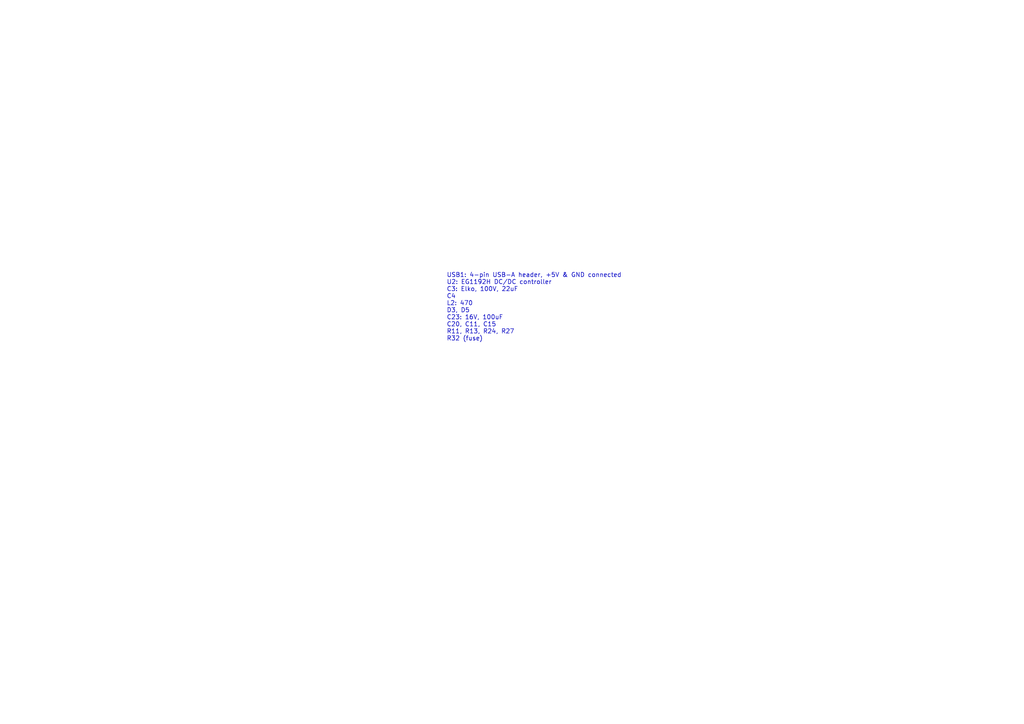
<source format=kicad_sch>
(kicad_sch (version 20211123) (generator eeschema)
  (paper "A4")
  (lib_symbols)
  (text "USB1: 4-pin USB-A header, +5V & GND connected\nU2: EG1192H DC/DC controller\nC3: Elko, 100V, 22uF\nC4\nL2: 470\nD3, D5\nC23: 16V, 100uF\nC20, C11, C15\nR11, R13, R24, R27\nR32 (fuse)" (at 129.54 99.06 0) (effects (font (size 1.27 1.27)) (justify left bottom)))
)
</source>
